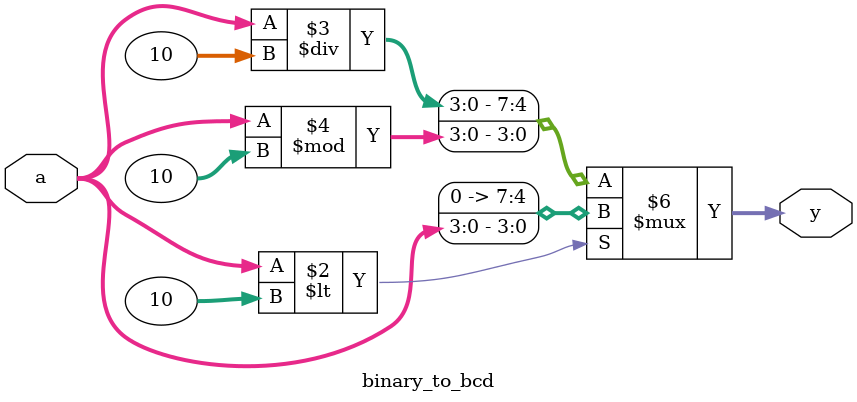
<source format=v>
module binary_to_bcd (input [3:0]a,output  reg [7:0]y);

integer div,mod;

always @(a) begin
	if (a<10)
		y={4'b0000,a};
	
	else begin 
		 div=a/10;
		 mod=a%10;
	
		y={div[3:0],mod[3:0]};
	end	
end 
endmodule
 
		


</source>
